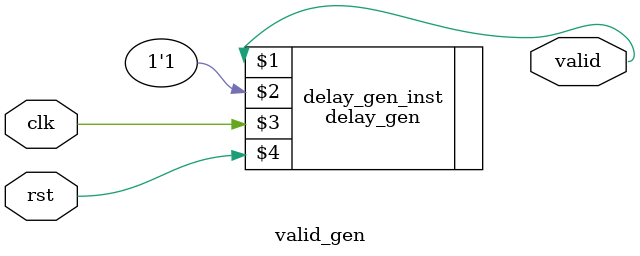
<source format=v>
module valid_gen(valid, clk, rst);
    
    parameter DELAY = 1;
    
    input clk;
    input rst;
    
    output valid;
    
    delay_gen #(.DELAY(DELAY)) delay_gen_inst(valid, 1'b1, clk, rst);

endmodule
</source>
